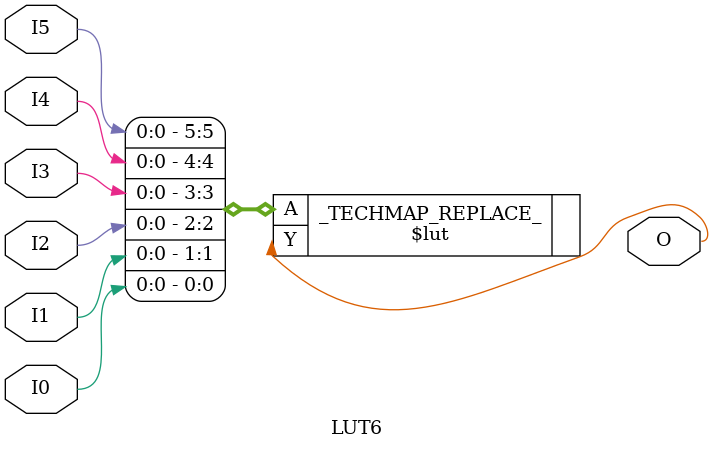
<source format=v>
module LUT1(output O, input I0);
  parameter [1:0] INIT = 0;
  \$lut #(
    .WIDTH(1),
    .LUT(INIT)
  ) _TECHMAP_REPLACE_ (
    .A(I0),
    .Y(O)
  );
endmodule

module LUT2(output O, input I0, I1);
  parameter [3:0] INIT = 0;
  \$lut #(
    .WIDTH(2),
    .LUT(INIT)
  ) _TECHMAP_REPLACE_ (
    .A({I1, I0}),
    .Y(O)
  );
endmodule

module LUT3(output O, input I0, I1, I2);
  parameter [7:0] INIT = 0;
  \$lut #(
    .WIDTH(3),
    .LUT(INIT)
  ) _TECHMAP_REPLACE_ (
    .A({I2, I1, I0}),
    .Y(O)
  );
endmodule

module LUT4(output O, input I0, I1, I2, I3);
  parameter [15:0] INIT = 0;
  \$lut #(
    .WIDTH(4),
    .LUT(INIT)
  ) _TECHMAP_REPLACE_ (
    .A({I3, I2, I1, I0}),
    .Y(O)
  );
endmodule

module LUT5(output O, input I0, I1, I2, I3, I4);
  parameter [31:0] INIT = 0;
  \$lut #(
    .WIDTH(5),
    .LUT(INIT)
  ) _TECHMAP_REPLACE_ (
    .A({I4, I3, I2, I1, I0}),
    .Y(O)
  );
endmodule

module LUT6(output O, input I0, I1, I2, I3, I4, I5);
  parameter [63:0] INIT = 0;
  \$lut #(
    .WIDTH(6),
    .LUT(INIT)
  ) _TECHMAP_REPLACE_ (
    .A({I5, I4, I3, I2, I1, I0}),
    .Y(O)
  );
endmodule

</source>
